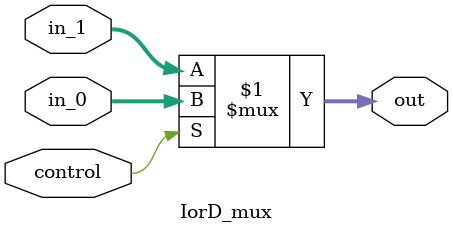
<source format=v>
module IorD_mux (
    input wire control,

    input wire [31:0] in_0, // PC - 0
    input wire [31:0] in_1, // ALUOut - 1
    
    output wire [31:0] out
);
    assign out = (control) ? in_0 : in_1;
endmodule

</source>
